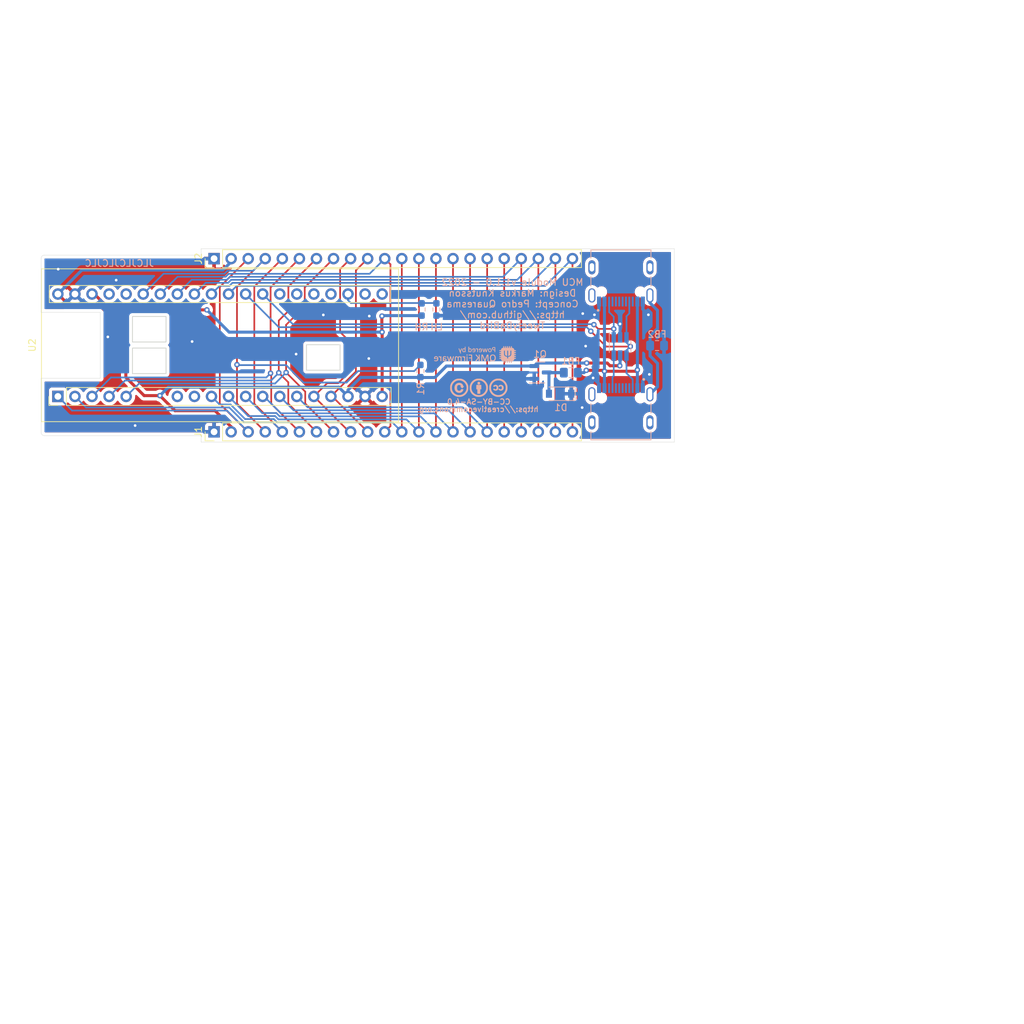
<source format=kicad_pcb>
(kicad_pcb (version 20211014) (generator pcbnew)
  (title_block (title "RefleXion 65 - MCU Module") (date "2022-10-10") (rev "1.0.0") (company "Tweety's Wild Thinking") (comment 1 "Design: Markus Knutsson <markus.knutsson@tweety.se>") (comment 2 "Concept: Pedro Quaresma <pq@live.ie>") (comment 3 "https://github.com/TweetyDaBird") (comment 4 "Licensed under Creative Commons BY-SA 4.0 International"))
  (layers (0 "F.Cu" signal) (31 "B.Cu" signal) (34 "B.Paste" user) (35 "F.Paste" user) (36 "B.SilkS" user "B.Silkscreen") (37 "F.SilkS" user "F.Silkscreen") (38 "B.Mask" user) (39 "F.Mask" user) (44 "Edge.Cuts" user))
  (net 0 "")
  (net 1 "Row0")
  (net 2 "/VBUS2")
  (net 3 "Row1")
  (net 4 "/VBUS1")
  (net 5 "Row2")
  (net 6 "Row3")
  (net 7 "Row4")
  (net 8 "Col0")
  (net 9 "Col1")
  (net 10 "Col2")
  (net 11 "Col3")
  (net 12 "Col4")
  (net 13 "Col5")
  (net 14 "Col6")
  (net 15 "A2")
  (net 16 "B2")
  (net 17 "GND")
  (net 18 "A1")
  (net 19 "B1")
  (net 20 "VCC")
  (net 21 "SDA")
  (net 22 "SCL")
  (net 23 "RGB")
  (net 24 "RX")
  (net 25 "TX")
  (net 26 "+3.3V")
  (net 27 "Hand")
  (net 28 "unconnected-(J1-Pad18)")
  (net 51 "/SHIELD")
  (footprint "Keyboard Controllers:WeAct_BlackPill_3_reverse_mount" (layer "F.Cu") (at 46.715 59 90)
    (fp_text reference "U2" (at 7.62 -3.81 90) (layer "F.SilkS"))
    (fp_text value "WeAct_Blackpill_v3_safepin" hide)
    (fp_line (start 12.5 6.3) (end 2.7 6.3) (layer "Edge.Cuts") (width 0.05))
    (fp_line (start 12.5 -2.5) (end 12.5 6.3) (layer "Edge.Cuts") (width 0.05))
    (fp_line (start 2.7 6.3) (end 2.7 -2.5) (layer "Edge.Cuts") (width 0.05))
    (fp_rect (start 3.4 11.1) (end 7.2 16.1) (layer "Edge.Cuts") (width 0.12) (fill none))
    (fp_rect (start 8.1 11.1) (end 11.9 16.1) (layer "Edge.Cuts") (width 0.12) (fill none))
    (fp_rect (start 3.9 37) (end 7.7 42) (layer "Edge.Cuts") (width 0.12) (fill none))
    (pad "1" thru_hole rect (at 0 0 90) (size 1.7 1.7) (drill 1) (layers *.Cu *.Mask) (net 8 "Col0"))
    (pad "2" thru_hole circle (at 0 2.54 90) (size 1.7 1.7) (drill 1) (layers *.Cu *.Mask) (net 9 "Col1"))
    (pad "3" thru_hole circle (at 0 5.08 90) (size 1.7 1.7) (drill 1) (layers *.Cu *.Mask) (net 18 "A1"))
    (pad "4" thru_hole circle (at 0 7.62 90) (size 1.7 1.7) (drill 1) (layers *.Cu *.Mask) (net 19 "B1"))
    (pad "5" thru_hole circle (at 0 10.16 90) (size 1.7 1.7) (drill 1) (layers *.Cu *.Mask) (net 1 "Row0"))
    (pad "8" thru_hole circle (at 0 17.78 90) (size 1.7 1.7) (drill 1) (layers *.Cu *.Mask))
    (pad "9" thru_hole circle (at 0 20.32 90) (size 1.7 1.7) (drill 1) (layers *.Cu *.Mask))
    (pad "10" thru_hole circle (at 0 22.86 90) (size 1.7 1.7) (drill 1) (layers *.Cu *.Mask) (net 7 "Row4"))
    (pad "11" thru_hole circle (at 0 25.4 90) (size 1.7 1.7) (drill 1) (layers *.Cu *.Mask) (net 6 "Row3"))
    (pad "12" thru_hole circle (at 0 27.94 90) (size 1.7 1.7) (drill 1) (layers *.Cu *.Mask) (net 5 "Row2"))
    (pad "13" thru_hole circle (at 0 30.48 90) (size 1.7 1.7) (drill 1) (layers *.Cu *.Mask) (net 3 "Row1"))
    (pad "14" thru_hole circle (at 0 33.02 90) (size 1.7 1.7) (drill 1) (layers *.Cu *.Mask) (net 22 "SCL"))
    (pad "15" thru_hole circle (at 0 35.56 90) (size 1.7 1.7) (drill 1) (layers *.Cu *.Mask) (net 21 "SDA"))
    (pad "16" thru_hole circle (at 0 38.1 90) (size 1.7 1.7) (drill 1) (layers *.Cu *.Mask) (net 15 "A2"))
    (pad "17" thru_hole circle (at 0 40.64 90) (size 1.7 1.7) (drill 1) (layers *.Cu *.Mask) (net 16 "B2"))
    (pad "18" thru_hole circle (at 0 43.18 90) (size 1.7 1.7) (drill 1) (layers *.Cu *.Mask) (net 20 "VCC"))
    (pad "19" thru_hole circle (at 0 45.72 90) (size 1.7 1.7) (drill 1) (layers *.Cu *.Mask) (net 17 "GND"))
    (pad "20" thru_hole circle (at 0 48.26 90) (size 1.7 1.7) (drill 1) (layers *.Cu *.Mask) (net 26 "+3.3V"))
    (pad "21" thru_hole circle (at 15.24 48.26 90) (size 1.7 1.7) (drill 1) (layers *.Cu *.Mask))
    (pad "22" thru_hole circle (at 15.24 45.72 90) (size 1.7 1.7) (drill 1) (layers *.Cu *.Mask))
    (pad "23" thru_hole circle (at 15.24 43.18 90) (size 1.7 1.7) (drill 1) (layers *.Cu *.Mask) (net 27 "Hand"))
    (pad "24" thru_hole circle (at 15.24 40.64 90) (size 1.7 1.7) (drill 1) (layers *.Cu *.Mask))
    (pad "25" thru_hole circle (at 15.24 38.1 90) (size 1.7 1.7) (drill 1) (layers *.Cu *.Mask))
    (pad "26" thru_hole circle (at 15.24 35.56 90) (size 1.7 1.7) (drill 1) (layers *.Cu *.Mask))
    (pad "27" thru_hole circle (at 15.24 33.02 90) (size 1.7 1.7) (drill 1) (layers *.Cu *.Mask))
    (pad "28" thru_hole circle (at 15.24 30.48 90) (size 1.7 1.7) (drill 1) (layers *.Cu *.Mask) (net 25 "TX"))
    (pad "29" thru_hole circle (at 15.24 27.94 90) (size 1.7 1.7) (drill 1) (layers *.Cu *.Mask) (net 24 "RX"))
    (pad "30" thru_hole circle (at 15.24 25.4 90) (size 1.7 1.7) (drill 1) (layers *.Cu *.Mask) (net 14 "Col6"))
    (pad "31" thru_hole circle (at 15.24 22.86 90) (size 1.7 1.7) (drill 1) (layers *.Cu *.Mask) (net 13 "Col5"))
    (pad "32" thru_hole circle (at 15.24 20.32 90) (size 1.7 1.7) (drill 1) (layers *.Cu *.Mask) (net 12 "Col4"))
    (pad "33" thru_hole circle (at 15.24 17.78 90) (size 1.7 1.7) (drill 1) (layers *.Cu *.Mask) (net 11 "Col3"))
    (pad "34" thru_hole circle (at 15.24 15.24 90) (size 1.7 1.7) (drill 1) (layers *.Cu *.Mask) (net 10 "Col2"))
    (pad "35" thru_hole circle (at 15.24 12.7 90) (size 1.7 1.7) (drill 1) (layers *.Cu *.Mask) (net 23 "RGB"))
    (pad "36" thru_hole circle (at 15.24 10.16 90) (size 1.7 1.7) (drill 1) (layers *.Cu *.Mask))
    (pad "37" thru_hole circle (at 15.24 7.62 90) (size 1.7 1.7) (drill 1) (layers *.Cu *.Mask))
    (pad "38" thru_hole circle (at 15.24 5.08 90) (size 1.7 1.7) (drill 1) (layers *.Cu *.Mask) (net 26 "+3.3V"))
    (pad "39" thru_hole circle (at 15.24 2.54 90) (size 1.7 1.7) (drill 1) (layers *.Cu *.Mask) (net 17 "GND"))
    (pad "40" thru_hole circle (at 15.24 0 90) (size 1.7 1.7) (drill 1) (layers *.Cu *.Mask) (net 20 "VCC"))
  )
  (footprint "Connector_PinHeader_2.54mm:PinHeader_1x22_P2.54mm_Vertical" (layer "F.Cu") (at 69.96 64.27 90)
    (fp_text reference "J1" (at 0 -2.33 90) (layer "F.SilkS"))
    (fp_text value "Conn_01x21")
    (pad "1" thru_hole rect (at 0 0 90) (size 1.7 1.7) (drill 1) (layers *.Cu *.Mask) (net 17 "GND"))
    (pad "2" thru_hole oval (at 0 2.54 90) (size 1.7 1.7) (drill 1) (layers *.Cu *.Mask) (net 20 "VCC"))
    (pad "3" thru_hole oval (at 0 5.08 90) (size 1.7 1.7) (drill 1) (layers *.Cu *.Mask) (net 8 "Col0"))
    (pad "4" thru_hole oval (at 0 7.62 90) (size 1.7 1.7) (drill 1) (layers *.Cu *.Mask) (net 23 "RGB"))
    (pad "5" thru_hole oval (at 0 10.16 90) (size 1.7 1.7) (drill 1) (layers *.Cu *.Mask) (net 9 "Col1"))
    (pad "6" thru_hole oval (at 0 12.7 90) (size 1.7 1.7) (drill 1) (layers *.Cu *.Mask) (net 18 "A1"))
    (pad "7" thru_hole oval (at 0 15.24 90) (size 1.7 1.7) (drill 1) (layers *.Cu *.Mask) (net 19 "B1"))
    (pad "8" thru_hole oval (at 0 17.78 90) (size 1.7 1.7) (drill 1) (layers *.Cu *.Mask) (net 1 "Row0"))
    (pad "9" thru_hole oval (at 0 20.32 90) (size 1.7 1.7) (drill 1) (layers *.Cu *.Mask) (net 15 "A2"))
    (pad "10" thru_hole oval (at 0 22.86 90) (size 1.7 1.7) (drill 1) (layers *.Cu *.Mask) (net 16 "B2"))
    (pad "11" thru_hole oval (at 0 25.4 90) (size 1.7 1.7) (drill 1) (layers *.Cu *.Mask) (net 10 "Col2"))
    (pad "12" thru_hole oval (at 0 27.94 90) (size 1.7 1.7) (drill 1) (layers *.Cu *.Mask) (net 7 "Row4"))
    (pad "13" thru_hole oval (at 0 30.48 90) (size 1.7 1.7) (drill 1) (layers *.Cu *.Mask) (net 6 "Row3"))
    (pad "14" thru_hole oval (at 0 33.02 90) (size 1.7 1.7) (drill 1) (layers *.Cu *.Mask) (net 5 "Row2"))
    (pad "15" thru_hole oval (at 0 35.56 90) (size 1.7 1.7) (drill 1) (layers *.Cu *.Mask) (net 3 "Row1"))
    (pad "16" thru_hole oval (at 0 38.1 90) (size 1.7 1.7) (drill 1) (layers *.Cu *.Mask) (net 22 "SCL"))
    (pad "17" thru_hole oval (at 0 40.64 90) (size 1.7 1.7) (drill 1) (layers *.Cu *.Mask) (net 21 "SDA"))
    (pad "18" thru_hole oval (at 0 43.18 90) (size 1.7 1.7) (drill 1) (layers *.Cu *.Mask) (net 28 "unconnected-(J1-Pad18)"))
    (pad "19" thru_hole oval (at 0 45.72 90) (size 1.7 1.7) (drill 1) (layers *.Cu *.Mask) (net 11 "Col3"))
    (pad "20" thru_hole oval (at 0 48.26 90) (size 1.7 1.7) (drill 1) (layers *.Cu *.Mask) (net 12 "Col4"))
    (pad "21" thru_hole oval (at 0 50.8 90) (size 1.7 1.7) (drill 1) (layers *.Cu *.Mask) (net 13 "Col5"))
    (pad "22" thru_hole oval (at 0 53.34 90) (size 1.7 1.7) (drill 1) (layers *.Cu *.Mask) (net 14 "Col6"))
  )
  (footprint "Connector_PinHeader_2.54mm:PinHeader_1x22_P2.54mm_Vertical" (layer "F.Cu") (at 69.96 38.49 90)
    (fp_text reference "J2" (at 0 -2.33 90) (layer "F.SilkS"))
    (fp_text value "Conn_01x21")
    (pad "1" thru_hole rect (at 0 0 90) (size 1.7 1.7) (drill 1) (layers *.Cu *.Mask) (net 17 "GND"))
    (pad "2" thru_hole oval (at 0 2.54 90) (size 1.7 1.7) (drill 1) (layers *.Cu *.Mask) (net 20 "VCC"))
    (pad "3" thru_hole oval (at 0 5.08 90) (size 1.7 1.7) (drill 1) (layers *.Cu *.Mask) (net 8 "Col0"))
    (pad "4" thru_hole oval (at 0 7.62 90) (size 1.7 1.7) (drill 1) (layers *.Cu *.Mask) (net 23 "RGB"))
    (pad "5" thru_hole oval (at 0 10.16 90) (size 1.7 1.7) (drill 1) (layers *.Cu *.Mask) (net 9 "Col1"))
    (pad "6" thru_hole oval (at 0 12.7 90) (size 1.7 1.7) (drill 1) (layers *.Cu *.Mask) (net 18 "A1"))
    (pad "7" thru_hole oval (at 0 15.24 90) (size 1.7 1.7) (drill 1) (layers *.Cu *.Mask) (net 19 "B1"))
    (pad "8" thru_hole oval (at 0 17.78 90) (size 1.7 1.7) (drill 1) (layers *.Cu *.Mask) (net 1 "Row0"))
    (pad "9" thru_hole oval (at 0 20.32 90) (size 1.7 1.7) (drill 1) (layers *.Cu *.Mask) (net 15 "A2"))
    (pad "10" thru_hole oval (at 0 22.86 90) (size 1.7 1.7) (drill 1) (layers *.Cu *.Mask) (net 16 "B2"))
    (pad "11" thru_hole oval (at 0 25.4 90) (size 1.7 1.7) (drill 1) (layers *.Cu *.Mask) (net 10 "Col2"))
    (pad "12" thru_hole oval (at 0 27.94 90) (size 1.7 1.7) (drill 1) (layers *.Cu *.Mask) (net 7 "Row4"))
    (pad "13" thru_hole oval (at 0 30.48 90) (size 1.7 1.7) (drill 1) (layers *.Cu *.Mask) (net 6 "Row3"))
    (pad "14" thru_hole oval (at 0 33.02 90) (size 1.7 1.7) (drill 1) (layers *.Cu *.Mask) (net 5 "Row2"))
    (pad "15" thru_hole oval (at 0 35.56 90) (size 1.7 1.7) (drill 1) (layers *.Cu *.Mask) (net 3 "Row1"))
    (pad "16" thru_hole oval (at 0 38.1 90) (size 1.7 1.7) (drill 1) (layers *.Cu *.Mask) (net 22 "SCL"))
    (pad "17" thru_hole oval (at 0 40.64 90) (size 1.7 1.7) (drill 1) (layers *.Cu *.Mask) (net 21 "SDA"))
    (pad "18" thru_hole oval (at 0 43.18 90) (size 1.7 1.7) (drill 1) (layers *.Cu *.Mask) (net 28 "unconnected-(J1-Pad18)"))
    (pad "19" thru_hole oval (at 0 45.72 90) (size 1.7 1.7) (drill 1) (layers *.Cu *.Mask) (net 11 "Col3"))
    (pad "20" thru_hole oval (at 0 48.26 90) (size 1.7 1.7) (drill 1) (layers *.Cu *.Mask) (net 12 "Col4"))
    (pad "21" thru_hole oval (at 0 50.8 90) (size 1.7 1.7) (drill 1) (layers *.Cu *.Mask) (net 13 "Col5"))
    (pad "22" thru_hole oval (at 0 53.34 90) (size 1.7 1.7) (drill 1) (layers *.Cu *.Mask) (net 14 "Col6"))
  )
  (footprint "Resistor_SMD:R_0603_1608Metric_Pad0.98x0.95mm_HandSolder" (layer "B.Cu") (at 100.85 46.06 90)
    (fp_text reference "R3" hide)
    (fp_text value "9.1k")
    (pad "1" smd roundrect (at -0.9125 0 90) (size 0.975 0.95) (layers "B.Cu" "B.Paste" "B.Mask") (net 26 "+3.3V"))
    (pad "2" smd roundrect (at 0.9125 0 90) (size 0.975 0.95) (layers "B.Cu" "B.Paste" "B.Mask") (net 27 "Hand"))
  )
  (footprint "Keyboard Common:HRO_TYPE-C-31-M-12" (layer "B.Cu") (at 130.51 39.7875)
    (fp_text reference "J4" hide)
    (fp_text value "USB_C_Receptacle_USB2.0")
    (pad "" np_thru_hole circle (at 2.89 3.65) (size 0.7 0.7) (drill 0.7) (layers *.Cu *.Mask))
    (pad "" np_thru_hole circle (at -2.89 3.65) (size 0.7 0.7) (drill 0.7) (layers *.Cu *.Mask))
    (pad "A1" smd rect (at -3.25 5.095) (size 0.6 1.45) (layers "B.Cu" "B.Paste" "B.Mask") (net 17 "GND"))
    (pad "A4" smd rect (at -2.45 5.095) (size 0.6 1.45) (layers "B.Cu" "B.Paste" "B.Mask") (net 4 "/VBUS1"))
    (pad "A5" smd rect (at -1.25 5.095) (size 0.3 1.45) (layers "B.Cu" "B.Paste" "B.Mask"))
    (pad "A6" smd rect (at -0.25 5.095) (size 0.3 1.45) (layers "B.Cu" "B.Paste" "B.Mask"))
    (pad "A7" smd rect (at 0.25 5.095) (size 0.3 1.45) (layers "B.Cu" "B.Paste" "B.Mask"))
    (pad "A8" smd rect (at 1.25 5.095) (size 0.3 1.45) (layers "B.Cu" "B.Paste" "B.Mask") (net 24 "RX"))
    (pad "A9" smd rect (at 2.45 5.095) (size 0.6 1.45) (layers "B.Cu" "B.Paste" "B.Mask") (net 4 "/VBUS1"))
    (pad "A12" smd rect (at 3.25 5.095) (size 0.6 1.45) (layers "B.Cu" "B.Paste" "B.Mask") (net 17 "GND"))
    (pad "B1" smd rect (at -3.25 5.095) (size 0.6 1.45) (layers "B.Cu" "B.Paste" "B.Mask") (net 17 "GND"))
    (pad "B4" smd rect (at -2.45 5.095) (size 0.6 1.45) (layers "B.Cu" "B.Paste" "B.Mask") (net 4 "/VBUS1"))
    (pad "B5" smd rect (at 1.75 5.095) (size 0.3 1.45) (layers "B.Cu" "B.Paste" "B.Mask"))
    (pad "B6" smd rect (at 0.75 5.095) (size 0.3 1.45) (layers "B.Cu" "B.Paste" "B.Mask"))
    (pad "B7" smd rect (at -0.75 5.095) (size 0.3 1.45) (layers "B.Cu" "B.Paste" "B.Mask"))
    (pad "B8" smd rect (at -1.75 5.095) (size 0.3 1.45) (layers "B.Cu" "B.Paste" "B.Mask") (net 25 "TX"))
    (pad "B9" smd rect (at 2.45 5.095) (size 0.6 1.45) (layers "B.Cu" "B.Paste" "B.Mask") (net 4 "/VBUS1"))
    (pad "B12" smd rect (at 3.25 5.095) (size 0.6 1.45) (layers "B.Cu" "B.Paste" "B.Mask") (net 17 "GND"))
    (pad "S1" thru_hole oval (at -4.32 4.18) (size 1.05 2.1) (drill oval 0.65 1.75) (layers *.Cu *.Mask) (net 51 "/SHIELD"))
    (pad "S1" thru_hole oval (at 4.32 4.18) (size 1.05 2.1) (drill oval 0.65 1.75) (layers *.Cu *.Mask) (net 51 "/SHIELD"))
    (pad "S2" thru_hole oval (at 4.32 0) (size 1.05 2.1) (drill oval 0.65 1.25) (layers *.Cu *.Mask))
    (pad "S2" thru_hole oval (at -4.32 0) (size 1.05 2.1) (drill oval 0.65 1.25) (layers *.Cu *.Mask))
  )
  (footprint "Package_TO_SOT_SMD:SOT-23-6_Handsoldering" (layer "B.Cu") (at 130.39 51.562 -90)
    (fp_text reference "U1" hide)
    (fp_text value "SRV05-4")
    (pad "1" smd rect (at -1.35 0.95 270) (size 1.56 0.65) (layers "B.Cu" "B.Paste" "B.Mask") (net 25 "TX"))
    (pad "2" smd rect (at -1.35 0 270) (size 1.56 0.65) (layers "B.Cu" "B.Paste" "B.Mask") (net 17 "GND"))
    (pad "3" smd rect (at -1.35 -0.95 270) (size 1.56 0.65) (layers "B.Cu" "B.Paste" "B.Mask") (net 24 "RX"))
    (pad "4" smd rect (at 1.35 -0.95 270) (size 1.56 0.65) (layers "B.Cu" "B.Paste" "B.Mask") (net 24 "RX"))
    (pad "5" smd rect (at 1.35 0 270) (size 1.56 0.65) (layers "B.Cu" "B.Paste" "B.Mask") (net 20 "VCC"))
    (pad "6" smd rect (at 1.35 0.95 270) (size 1.56 0.65) (layers "B.Cu" "B.Paste" "B.Mask") (net 25 "TX"))
  )
  (footprint "Package_TO_SOT_SMD:SOT-23" (layer "B.Cu") (at 118.54 55.43)
    (fp_text reference "Q1" (at -0.07 -2.71) (layer "B.SilkS") (effects (justify mirror)))
    (fp_text value "AO3401A")
    (pad "1" smd roundrect (at -0.9375 0.95) (size 1.475 0.6) (layers "B.Cu" "B.Paste" "B.Mask") (net 17 "GND"))
    (pad "2" smd roundrect (at -0.9375 -0.95) (size 1.475 0.6) (layers "B.Cu" "B.Paste" "B.Mask") (net 20 "VCC"))
    (pad "3" smd roundrect (at 0.9375 0) (size 1.475 0.6) (layers "B.Cu" "B.Paste" "B.Mask") (net 2 "/VBUS2"))
  )
  (footprint "Logotypes:CC_BY_SA_40" (layer "B.Cu") (at 109.320304 58.636725 180)
    (fp_text reference "Logo1")
    (fp_text value "CC-BY-SA-4.0" (at -0.041555 -1.16) (layer "B.SilkS") (effects (font (size 0.8 0.8)) (justify mirror)))
    (fp_text user "https://creativecommons.org" (at -0.041555 -2.27) (layer "B.SilkS") (effects (font (size 0.8 0.8)) (justify mirror)))
  )
  (footprint "Resistor_SMD:R_0603_1608Metric_Pad0.98x0.95mm_HandSolder" (layer "B.Cu") (at 100.67 55.22 90)
    (fp_text reference "R1" (at -2.6375 0.04 90) (layer "B.SilkS") (effects (justify mirror)))
    (fp_text value "9.1k")
    (pad "1" smd roundrect (at -0.9125 0 90) (size 0.975 0.95) (layers "B.Cu" "B.Paste" "B.Mask") (net 20 "VCC"))
    (pad "2" smd roundrect (at 0.9125 0 90) (size 0.975 0.95) (layers "B.Cu" "B.Paste" "B.Mask") (net 23 "RGB"))
  )
  (footprint "Resistor_SMD:R_0603_1608Metric_Pad0.98x0.95mm_HandSolder" (layer "B.Cu") (at 103.05 46.06 -90)
    (fp_text reference "R2" hide)
    (fp_text value "9.1k")
    (pad "1" smd roundrect (at -0.9125 0 270) (size 0.975 0.95) (layers "B.Cu" "B.Paste" "B.Mask") (net 27 "Hand"))
    (pad "2" smd roundrect (at 0.9125 0 270) (size 0.975 0.95) (layers "B.Cu" "B.Paste" "B.Mask") (net 17 "GND"))
  )
  (footprint "Keyboard Common:HRO_TYPE-C-31-M-12" (layer "B.Cu") (at 130.51 62.8625 180)
    (fp_text reference "J3" hide)
    (fp_text value "USB_C_Receptacle_USB2.0")
    (pad "" np_thru_hole circle (at -2.89 3.65 180) (size 0.7 0.7) (drill 0.7) (layers *.Cu *.Mask))
    (pad "" np_thru_hole circle (at 2.89 3.65 180) (size 0.7 0.7) (drill 0.7) (layers *.Cu *.Mask))
    (pad "A1" smd rect (at -3.25 5.095 180) (size 0.6 1.45) (layers "B.Cu" "B.Paste" "B.Mask") (net 17 "GND"))
    (pad "A4" smd rect (at -2.45 5.095 180) (size 0.6 1.45) (layers "B.Cu" "B.Paste" "B.Mask") (net 4 "/VBUS1"))
    (pad "A5" smd rect (at -1.25 5.095 180) (size 0.3 1.45) (layers "B.Cu" "B.Paste" "B.Mask"))
    (pad "A6" smd rect (at -0.25 5.095 180) (size 0.3 1.45) (layers "B.Cu" "B.Paste" "B.Mask"))
    (pad "A7" smd rect (at 0.25 5.095 180) (size 0.3 1.45) (layers "B.Cu" "B.Paste" "B.Mask"))
    (pad "A8" smd rect (at 1.25 5.095 180) (size 0.3 1.45) (layers "B.Cu" "B.Paste" "B.Mask") (net 25 "TX"))
    (pad "A9" smd rect (at 2.45 5.095 180) (size 0.6 1.45) (layers "B.Cu" "B.Paste" "B.Mask") (net 4 "/VBUS1"))
    (pad "A12" smd rect (at 3.25 5.095 180) (size 0.6 1.45) (layers "B.Cu" "B.Paste" "B.Mask") (net 17 "GND"))
    (pad "B1" smd rect (at -3.25 5.095 180) (size 0.6 1.45) (layers "B.Cu" "B.Paste" "B.Mask") (net 17 "GND"))
    (pad "B4" smd rect (at -2.45 5.095 180) (size 0.6 1.45) (layers "B.Cu" "B.Paste" "B.Mask") (net 4 "/VBUS1"))
    (pad "B5" smd rect (at 1.75 5.095 180) (size 0.3 1.45) (layers "B.Cu" "B.Paste" "B.Mask"))
    (pad "B6" smd rect (at 0.75 5.095 180) (size 0.3 1.45) (layers "B.Cu" "B.Paste" "B.Mask"))
    (pad "B7" smd rect (at -0.75 5.095 180) (size 0.3 1.45) (layers "B.Cu" "B.Paste" "B.Mask"))
    (pad "B8" smd rect (at -1.75 5.095 180) (size 0.3 1.45) (layers "B.Cu" "B.Paste" "B.Mask") (net 24 "RX"))
    (pad "B9" smd rect (at 2.45 5.095 180) (size 0.6 1.45) (layers "B.Cu" "B.Paste" "B.Mask") (net 4 "/VBUS1"))
    (pad "B12" smd rect (at 3.25 5.095 180) (size 0.6 1.45) (layers "B.Cu" "B.Paste" "B.Mask") (net 17 "GND"))
    (pad "S1" thru_hole oval (at 4.32 4.18 180) (size 1.05 2.1) (drill oval 0.65 1.75) (layers *.Cu *.Mask) (net 51 "/SHIELD"))
    (pad "S1" thru_hole oval (at -4.32 4.18 180) (size 1.05 2.1) (drill oval 0.65 1.75) (layers *.Cu *.Mask) (net 51 "/SHIELD"))
    (pad "S2" thru_hole oval (at 4.32 0 180) (size 1.05 2.1) (drill oval 0.65 1.25) (layers *.Cu *.Mask))
    (pad "S2" thru_hole oval (at -4.32 0 180) (size 1.05 2.1) (drill oval 0.65 1.25) (layers *.Cu *.Mask))
  )
  (footprint "Diode_SMD:D_SOD-123" (layer "B.Cu") (at 121.45 58.6 180)
    (fp_text reference "D1" (at -0.1196 -2.0576) (layer "B.SilkS") (effects (justify mirror)))
    (fp_text value "SMF5.0CA")
    (pad "1" smd rect (at -1.65 0 180) (size 0.9 1.2) (layers "B.Cu" "B.Paste" "B.Mask") (net 17 "GND"))
    (pad "2" smd rect (at 1.65 0 180) (size 0.9 1.2) (layers "B.Cu" "B.Paste" "B.Mask") (net 2 "/VBUS2"))
  )
  (footprint "Capacitor_SMD:C_0805_2012Metric_Pad1.18x1.45mm_HandSolder" (layer "B.Cu") (at 135.89 51.435 180)
    (fp_text reference "FB2" (at 0 1.68) (layer "B.SilkS") (effects (justify mirror)))
    (fp_text value "FerriteBead_Small")
    (pad "1" smd roundrect (at -1.0375 0 180) (size 1.175 1.45) (layers "B.Cu" "B.Paste" "B.Mask") (roundrect_rratio 0.2127659574) (net 17 "GND"))
    (pad "2" smd roundrect (at 1.0375 0 180) (size 1.175 1.45) (layers "B.Cu" "B.Paste" "B.Mask") (roundrect_rratio 0.2127659574) (net 51 "/SHIELD"))
  )
  (footprint "Capacitor_SMD:C_0805_2012Metric_Pad1.18x1.45mm_HandSolder" (layer "B.Cu") (at 123.05 55.46 180)
    (fp_text reference "FB1" (at 0 1.71) (layer "B.SilkS") (effects (justify mirror)))
    (fp_text value "FerriteBead_Small")
    (pad "1" smd roundrect (at -1.0375 0 180) (size 1.175 1.45) (layers "B.Cu" "B.Paste" "B.Mask") (roundrect_rratio 0.2127659574) (net 4 "/VBUS1"))
    (pad "2" smd roundrect (at 1.0375 0 180) (size 1.175 1.45) (layers "B.Cu" "B.Paste" "B.Mask") (roundrect_rratio 0.2127659574) (net 2 "/VBUS2"))
  )
  (footprint "Logotypes:Powered_by_QMK" (layer "B.Cu") (at 108.763982 52.744188 180)
    (fp_text reference "Logo2" hide)
    (fp_text value "QMK_Logo" hide)
  )
  (gr_line (start 68.0275 37.965) (end 68.0275 37.01) (layer "Edge.Cuts") (width 0.05))
  (gr_line (start 68.02755 65.79) (end 138.47 65.79) (layer "Edge.Cuts") (width 0.05))
  (gr_arc (start 44.214975 38.465399) (mid 44.361549 38.111589) (end 44.715374 37.965) (layer "Edge.Cuts") (width 0.05))
  (gr_arc (start 44.715424 64.835) (mid 44.361645 64.688402) (end 44.215025 64.334601) (layer "Edge.Cuts") (width 0.05))
  (gr_line (start 68.0275 37.965) (end 44.715374 37.965) (layer "Edge.Cuts") (width 0.05))
  (gr_line (start 44.215 46.5) (end 44.214975 38.465399) (layer "Edge.Cuts") (width 0.05))
  (gr_line (start 138.47 65.79) (end 138.47 37.01) (layer "Edge.Cuts") (width 0.05))
  (gr_line (start 44.215025 64.334601) (end 44.215 56.3) (layer "Edge.Cuts") (width 0.05))
  (gr_line (start 68.02755 65.79) (end 68.02755 64.835) (layer "Edge.Cuts") (width 0.05))
  (gr_line (start 68.0275 37.01) (end 138.47 37.01) (layer "Edge.Cuts") (width 0.05))
  (gr_line (start 68.02755 64.835) (end 44.715424 64.835) (layer "Edge.Cuts") (width 0.05))
  (gr_text "LH" (at 103.09 48.65) (layer "B.SilkS") (effects (font (size 1 1)) (justify mirror)))
  (gr_text "RH" (at 100.83 48.66) (layer "B.SilkS") (effects (font (size 1 1)) (justify mirror)))
  (gr_text "MCU Module v1.1.0 - 2022\nDesign: Markus Knutsson\nConcept: Pedro Quaresma\nhttps://github.com/\nTweetyDaBird\n" (at 114.36 45.23) (layer "B.SilkS") (effects (font (size 1 1)) (justify mirror)))
  (gr_text "JLCJLCJLCJLC" (at 55.86 39.18) (layer "B.SilkS") (effects (font (size 1 1)) (justify mirror)))
  (segment (start 87.74 64.27) (end 83.53 60.06) (width 0.25) (layer "F.Cu") (net 1))
  (segment (start 83.45 42.78) (end 83.45 45.58) (width 0.25) (layer "F.Cu") (net 1))
  (segment (start 80.68 48.35) (end 83.45 45.58) (width 0.25) (layer "F.Cu") (net 1))
  (segment (start 87.74 38.49) (end 83.45 42.78) (width 0.25) (layer "F.Cu") (net 1))
  (segment (start 83.53 58.29) (end 80.68 55.44) (width 0.25) (layer "F.Cu") (net 1))
  (segment (start 83.53 60.06) (end 83.53 58.29) (width 0.25) (layer "F.Cu") (net 1))
  (segment (start 80.68 55.44) (end 80.68 48.35) (width 0.25) (layer "F.Cu") (net 1))
  (via (at 80.68 55.44) (size 0.8) (drill 0.4) (layers "F.Cu" "B.Cu") (net 1))
  (segment (start 56.875 59) (end 58.796497 57.078503) (width 0.25) (layer "B.Cu") (net 1))
  (segment (start 58.796497 57.078503) (end 79.041497 57.078503) (width 0.25) (layer "B.Cu") (net 1))
  (segment (start 79.041497 57.078503) (end 80.68 55.44) (width 0.25) (layer "B.Cu") (net 1))
  (segment (start 122.0125 55.46) (end 119.8 55.46) (width 0.45) (layer "B.Cu") (net 2))
  (segment (start 119.8 55.46) (end 119.8 58.6) (width 0.45) (layer "B.Cu") (net 2))
  (segment (start 122.0125 55.46) (end 119.5075 55.46) (width 0.45) (layer "B.Cu") (net 2))
  (segment (start 119.5075 55.46) (end 119.4775 55.43) (width 0.45) (layer "B.Cu") (net 2))
  (segment (start 105.52 64.27) (end 105.52 38.49) (width 0.25) (layer "F.Cu") (net 3))
  (segment (start 102.766497 61.516497) (end 105.52 64.27) (width 0.25) (layer "B.Cu") (net 3))
  (segment (start 77.39276 59) (end 79.909257 61.516497) (width 0.25) (layer "B.Cu") (net 3))
  (segment (start 79.909257 61.516497) (end 102.766497 61.516497) (width 0.25) (layer "B.Cu") (net 3))
  (segment (start 77.195 59) (end 77.39276 59) (width 0.25) (layer "B.Cu") (net 3))
  (segment (start 132.96 55.05) (end 132.7555 55.2545) (width 0.45) (layer "F.Cu") (net 4))
  (segment (start 127.923715 55.118215) (end 128.06 55.2545) (width 0.45) (layer "F.Cu") (net 4))
  (segment (start 132.7555 55.2545) (end 128.06 55.2545) (width 0.45) (layer "F.Cu") (net 4))
  (segment (start 125.351566 55.118215) (end 127.923715 55.118215) (width 0.45) (layer "F.Cu") (net 4))
  (via (at 128.06 55.2545) (size 0.8) (drill 0.4) (layers "F.Cu" "B.Cu") (net 4))
  (via (at 132.96 55.05) (size 0.8) (drill 0.4) (layers "F.Cu" "B.Cu") (net 4))
  (via (at 125.351566 55.118215) (size 0.8) (drill 0.4) (layers "F.Cu" "B.Cu") (net 4))
  (segment (start 125.009781 55.46) (end 125.351566 55.118215) (width 0.45) (layer "B.Cu") (net 4))
  (segment (start 132.96 44.8825) (end 132.96 55.05) (width 0.45) (layer "B.Cu") (net 4))
  (segment (start 124.0875 55.46) (end 125.009781 55.46) (width 0.45) (layer "B.Cu") (net 4))
  (segment (start 132.96 55.05) (end 132.96 57.7675) (width 0.45) (layer "B.Cu") (net 4))
  (segment (start 128.06 57.7675) (end 128.06 55.2545) (width 0.45) (layer "B.Cu") (net 4))
  (segment (start 128.06 44.8825) (end 128.06 55.2545) (width 0.45) (layer "B.Cu") (net 4))
  (segment (start 102.98 38.49) (end 102.98 64.27) (width 0.25) (layer "F.Cu") (net 5))
  (segment (start 100.675998 61.965998) (end 79.723068 61.965998) (width 0.25) (layer "B.Cu") (net 5))
  (segment (start 77.125998 61.470998) (end 74.655 59) (width 0.25) (layer "B.Cu") (net 5))
  (segment (start 79.723068 61.965998) (end 79.228068 61.470998) (width 0.25) (layer "B.Cu") (net 5))
  (segment (start 102.98 64.27) (end 100.675998 61.965998) (width 0.25) (layer "B.Cu") (net 5))
  (segment (start 79.228068 61.470998) (end 77.125998 61.470998) (width 0.25) (layer "B.Cu") (net 5))
  (segment (start 100.44 38.49) (end 100.44 64.27) (width 0.25) (layer "F.Cu") (net 6))
  (segment (start 79.536879 62.415499) (end 98.585499 62.415499) (width 0.25) (layer "B.Cu") (net 6))
  (segment (start 79.041879 61.920499) (end 79.536879 62.415499) (width 0.25) (layer "B.Cu") (net 6))
  (segment (start 75.036189 61.920499) (end 79.041879 61.920499) (width 0.25) (layer "B.Cu") (net 6))
  (segment (start 98.585499 62.415499) (end 100.44 64.27) (width 0.25) (layer "B.Cu") (net 6))
  (segment (start 72.11569 59) (end 75.036189 61.920499) (width 0.25) (layer "B.Cu") (net 6))
  (segment (start 72.115 59) (end 72.11569 59) (width 0.25) (layer "B.Cu") (net 6))
  (segment (start 97.9 64.27) (end 97.9 38.49) (width 0.25) (layer "F.Cu") (net 7))
  (segment (start 97.9 64.27) (end 96.495 62.865) (width 0.25) (layer "B.Cu") (net 7))
  (segment (start 74.58 62.37) (end 72.410998 60.200998) (width 0.25) (layer "B.Cu") (net 7))
  (segment (start 70.775998 60.200998) (end 69.575 59) (width 0.25) (layer "B.Cu") (net 7))
  (segment (start 72.410998 60.200998) (end 70.775998 60.200998) (width 0.25) (layer "B.Cu") (net 7))
  (segment (start 96.495 62.865) (end 79.35069 62.865) (width 0.25) (layer "B.Cu") (net 7))
  (segment (start 78.85569 62.37) (end 74.58 62.37) (width 0.25) (layer "B.Cu") (net 7))
  (segment (start 79.35069 62.865) (end 78.85569 62.37) (width 0.25) (layer "B.Cu") (net 7))
  (segment (start 70.81 60.087083) (end 70.81 42.72) (width 0.25) (layer "F.Cu") (net 8))
  (segment (start 70.81 42.72) (end 75.04 38.49) (width 0.25) (layer "F.Cu") (net 8))
  (segment (start 75.04 64.27) (end 74.992917 64.27) (width 0.25) (layer "F.Cu") (net 8))
  (segment (start 74.992917 64.27) (end 70.81 60.087083) (width 0.25) (layer "F.Cu") (net 8))
  (segment (start 48.815 61.1) (end 71.87 61.1) (width 0.25) (layer "B.Cu") (net 8))
  (segment (start 46.715 59) (end 48.815 61.1) (width 0.25) (layer "B.Cu") (net 8))
  (segment (start 71.87 61.1) (end 75.04 64.27) (width 0.25) (layer "B.Cu") (net 8))
  (segment (start 80.12 38.49) (end 75.95 42.66) (width 0.25) (layer "F.Cu") (net 9))
  (segment (start 75.95 60.1) (end 80.12 64.27) (width 0.25) (layer "F.Cu") (net 9))
  (segment (start 75.95 42.66) (end 75.95 60.1) (width 0.25) (layer "F.Cu") (net 9))
  (segment (start 72.224809 60.650499) (end 74.43431 62.86) (width 0.25) (layer "B.Cu") (net 9))
  (segment (start 50.905499 60.650499) (end 72.224809 60.650499) (width 0.25) (layer "B.Cu") (net 9))
  (segment (start 74.43431 62.86) (end 78.71 62.86) (width 0.25) (layer "B.Cu") (net 9))
  (segment (start 78.71 62.86) (end 80.12 64.27) (width 0.25) (layer "B.Cu") (net 9))
  (segment (start 49.255 59) (end 50.905499 60.650499) (width 0.25) (layer "B.Cu") (net 9))
  (segment (start 95.36 38.49) (end 96.21 39.34) (width 0.25) (layer "F.Cu") (net 10))
  (segment (start 96.21 63.42) (end 95.36 64.27) (width 0.25) (layer "F.Cu") (net 10))
  (segment (start 96.21 39.34) (end 96.21 63.42) (width 0.25) (layer "F.Cu") (net 10))
  (segment (start 64.525998 41.189002) (end 71.6838 41.189002) (width 0.25) (layer "B.Cu") (net 10))
  (segment (start 93.103004 40.746996) (end 95.36 38.49) (width 0.25) (layer "B.Cu") (net 10))
  (segment (start 72.125806 40.746996) (end 93.103004 40.746996) (width 0.25) (layer "B.Cu") (net 10))
  (segment (start 71.6838 41.189002) (end 72.125806 40.746996) (width 0.25) (layer "B.Cu") (net 10))
  (segment (start 61.955 43.76) (end 64.525998 41.189002) (width 0.25) (layer "B.Cu") (net 10))
  (segment (start 115.68 64.27) (end 115.68 38.49) (width 0.25) (layer "F.Cu") (net 11))
  (segment (start 71.869989 41.638503) (end 72.311995 41.196497) (width 0.25) (layer "B.Cu") (net 11))
  (segment (start 66.616497 41.638503) (end 71.869989 41.638503) (width 0.25) (layer "B.Cu") (net 11))
  (segment (start 72.311995 41.196497) (end 112.973503 41.196497) (width 0.25) (layer "B.Cu") (net 11))
  (segment (start 112.973503 41.196497) (end 115.68 38.49) (width 0.25) (layer "B.Cu") (net 11))
  (segment (start 64.495 43.76) (end 66.616497 41.638503) (width 0.25) (layer "B.Cu") (net 11))
  (segment (start 118.22 38.49) (end 118.22 64.27) (width 0.25) (layer "F.Cu") (net 12))
  (segment (start 72.498184 41.645998) (end 72.056178 42.088004) (width 0.25) (layer "B.Cu") (net 12))
  (segment (start 72.056178 42.088004) (end 68.706996 42.088004) (width 0.25) (layer "B.Cu") (net 12))
  (segment (start 115.064002 41.645998) (end 72.498184 41.645998) (width 0.25) (layer "B.Cu") (net 12))
  (segment (start 118.22 38.49) (end 115.064002 41.645998) (width 0.25) (layer "B.Cu") (net 12))
  (segment (start 68.706996 42.088004) (end 67.035 43.76) (width 0.25) (layer "B.Cu") (net 12))
  (segment (start 120.76 64.27) (end 120.76 38.49) (width 0.25) (layer "F.Cu") (net 13))
  (segment (start 117.154501 42.095499) (end 120.76 38.49) (width 0.25) (layer "B.Cu") (net 13))
  (segment (start 69.575 43.76) (end 70.797495 42.537505) (width 0.25) (layer "B.Cu") (net 13))
  (segment (start 72.684373 42.095499) (end 117.154501 42.095499) (width 0.25) (layer "B.Cu") (net 13))
  (segment (start 72.242367 42.537505) (end 72.684373 42.095499) (width 0.25) (layer "B.Cu") (net 13))
  (segment (start 70.797495 42.537505) (end 72.242367 42.537505) (width 0.25) (layer "B.Cu") (net 13))
  (segment (start 123.3 38.49) (end 123.3 64.27) (width 0.25) (layer "F.Cu") (net 14))
  (segment (start 73.33 42.545) (end 72.115 43.76) (width 0.25) (layer "B.Cu") (net 14))
  (segment (start 119.245 42.545) (end 73.33 42.545) (width 0.25) (layer "B.Cu") (net 14))
  (segment (start 123.3 38.49) (end 119.245 42.545) (width 0.25) (layer "B.Cu") (net 14))
  (segment (start 90.085 64.27) (end 90.28 64.27) (width 0.25) (layer "F.Cu") (net 15))
  (segment (start 86.779112 57.035888) (end 84.815 59) (width 0.25) (layer "F.Cu") (net 15))
  (segment (start 90.28 38.49) (end 88.72 40.05) (width 0.25) (layer "F.Cu") (net 15))
  (segment (start 88.414112 57.035888) (end 86.779112 57.035888) (width 0.25) (layer "F.Cu") (net 15))
  (segment (start 88.72 49.42) (end 89.66 50.36) (width 0.25) (layer "F.Cu") (net 15))
  (segment (start 88.72 40.05) (end 88.72 49.42) (width 0.25) (layer "F.Cu") (net 15))
  (segment (start 89.66 55.79) (end 88.414112 57.035888) (width 0.25) (layer "F.Cu") (net 15))
  (segment (start 89.66 50.36) (end 89.66 55.79) (width 0.25) (layer "F.Cu") (net 15))
  (segment (start 84.815 59) (end 90.085 64.27) (width 0.25) (layer "F.Cu") (net 15))
  (segment (start 87.355 59) (end 91.07 55.285) (width 0.25) (layer "F.Cu") (net 16))
  (segment (start 87.55 59) (end 87.355 59) (width 0.25) (layer "F.Cu") (net 16))
  (segment (start 92.82 64.27) (end 87.55 59) (width 0.25) (layer "F.Cu") (net 16))
  (segment (start 91.07 55.285) (end 91.07 40.24) (width 0.25) (layer "F.Cu") (net 16))
  (segment (start 91.07 40.24) (end 92.82 38.49) (width 0.25) (layer "F.Cu") (net 16))
  (via (at 134.74 55.72) (size 0.8) (drill 0.4) (layers "F.Cu" "B.Cu") (net 17))
  (via (at 58.21 63.3345) (size 0.8) (drill 0.4) (layers "F.Cu" "B.Cu") (net 17))
  (via (at 124.83 46.67) (size 0.8) (drill 0.4) (layers "F.Cu" "B.Cu") (net 17))
  (via (at 66.69 50.83) (size 0.8) (drill 0.4) (layers "F.Cu" "B.Cu") (net 17))
  (via (at 126.37 56.25) (size 0.8) (drill 0.4) (layers "F.Cu" "B.Cu") (net 17))
  (via (at 55.39 41.69) (size 0.8) (drill 0.4) (layers "F.Cu" "B.Cu") (net 17))
  (via (at 126.57 46.85) (size 0.8) (drill 0.4) (layers "F.Cu" "B.Cu") (net 17))
  (via (at 93.06 47.04) (size 0.8) (drill 0.4) (layers "F.Cu" "B.Cu") (net 17))
  (via (at 124.74 60.66) (size 0.8) (drill 0.4) (layers "F.Cu" "B.Cu") (net 17))
  (via (at 130.38 48.21) (size 0.8) (drill 0.4) (layers "F.Cu" "B.Cu") (net 17))
  (via (at 82.17 52.7) (size 0.8) (drill 0.4) (layers "F.Cu" "B.Cu") (net 17))
  (via (at 54.15 50.14) (size 0.8) (drill 0.4) (layers "F.Cu" "B.Cu") (net 17))
  (via (at 92.99 53.36) (size 0.8) (drill 0.4) (layers "F.Cu" "B.Cu") (net 17))
  (via (at 134.6 46.85) (size 0.8) (drill 0.4) (layers "F.Cu" "B.Cu") (net 17))
  (via (at 46.76 40.06) (size 0.8) (drill 0.4) (layers "F.Cu" "B.Cu") (net 17))
  (via (at 86.22 46.87) (size 0.8) (drill 0.4) (layers "F.Cu" "B.Cu") (net 17))
  (via (at 125.26 51.51) (size 0.8) (drill 0.4) (layers "F.Cu" "B.Cu") (net 17))
  (segment (start 127.26 46.16) (end 126.57 46.85) (width 0.45) (layer "B.Cu") (net 17))
  (segment (start 127.26 57.14) (end 126.37 56.25) (width 0.45) (layer "B.Cu") (net 17))
  (segment (start 127.26 57.7675) (end 127.26 57.14) (width 0.45) (layer "B.Cu") (net 17))
  (segment (start 133.76 56.7) (end 134.74 55.72) (width 0.45) (layer "B.Cu") (net 17))
  (segment (start 133.76 44.8825) (end 133.76 46.01) (width 0.45) (layer "B.Cu") (net 17))
  (segment (start 133.76 46.01) (end 134.6 46.85) (width 0.45) (layer "B.Cu") (net 17))
  (segment (start 130.39 50.212) (end 130.39 48.22) (width 0.45) (layer "B.Cu") (net 17))
  (segment (start 130.39 48.22) (end 130.38 48.21) (width 0.45) (layer "B.Cu") (net 17))
  (segment (start 133.76 57.7675) (end 133.76 56.7) (width 0.45) (layer "B.Cu") (net 17))
  (segment (start 127.26 44.8825) (end 127.26 46.16) (width 0.45) (layer "B.Cu") (net 17))
  (segment (start 78.369591 42.780409) (end 78.369591 55.540176) (width 0.25) (layer "F.Cu") (net 18))
  (segment (start 78.369591 55.540176) (end 78.363269 55.546498) (width 0.25) (layer "F.Cu") (net 18))
  (segment (start 82.66 38.49) (end 78.369591 42.780409) (width 0.25) (layer "F.Cu") (net 18))
  (segment (start 78.47 55.653229) (end 78.363269 55.546498) (width 0.25) (layer "F.Cu") (net 18))
  (segment (start 78.47 60.08) (end 78.47 55.653229) (width 0.25) (layer "F.Cu") (net 18))
  (segment (start 82.66 64.27) (end 78.47 60.08) (width 0.25) (layer "F.Cu") (net 18))
  (via (at 78.363269 55.546498) (size 0.8) (drill 0.4) (layers "F.Cu" "B.Cu") (net 18))
  (segment (start 54.615499 56.179501) (end 77.730266 56.179501) (width 0.25) (layer "B.Cu") (net 18))
  (segment (start 77.730266 56.179501) (end 78.363269 55.546498) (width 0.25) (layer "B.Cu") (net 18))
  (segment (start 51.795 59) (end 54.615499 56.179501) (width 0.25) (layer "B.Cu") (net 18))
  (segment (start 85.2 64.27) (end 81.01 60.08) (width 0.25) (layer "F.Cu") (net 19))
  (segment (start 81.02 42.67) (end 81.02 46.28431) (width 0.25) (layer "F.Cu") (net 19))
  (segment (start 85.2 38.49) (end 81.02 42.67) (width 0.25) (layer "F.Cu") (net 19))
  (segment (start 79.59 47.71431) (end 79.59 55.48) (width 0.25) (layer "F.Cu") (net 19))
  (segment (start 81.02 46.28431) (end 79.59 47.71431) (width 0.25) (layer "F.Cu") (net 19))
  (segment (start 81.01 60.08) (end 81.01 56.9) (width 0.25) (layer "F.Cu") (net 19))
  (segment (start 81.01 56.9) (end 79.59 55.48) (width 0.25) (layer "F.Cu") (net 19))
  (via (at 79.59 55.48) (size 0.8) (drill 0.4) (layers "F.Cu" "B.Cu") (net 19))
  (segment (start 54.335 59) (end 56.705998 56.629002) (width 0.25) (layer "B.Cu") (net 19))
  (segment (start 56.705998 56.629002) (end 78.440998 56.629002) (width 0.25) (layer "B.Cu") (net 19))
  (segment (start 78.440998 56.629002) (end 79.59 55.48) (width 0.25) (layer "B.Cu") (net 19))
  (segment (start 56.83 56.16) (end 59.55 58.88) (width 0.45) (layer "F.Cu") (net 20))
  (segment (start 64.14 61.12) (end 70.1 61.12) (width 0.45) (layer "F.Cu") (net 20))
  (segment (start 72.5 63.52) (end 72.5 64.27) (width 0.45) (layer "F.Cu") (net 20))
  (segment (start 52.871466 45.41) (end 56.83 49.368534) (width 0.45) (layer "F.Cu") (net 20))
  (segment (start 48.365 45.41) (end 52.871466 45.41) (width 0.45) (layer "F.Cu") (net 20))
  (segment (start 128.88 54.43) (end 130.34 54.43) (width 0.45) (layer "F.Cu") (net 20))
  (segment (start 61.9 58.88) (end 64.14 61.12) (width 0.45) (layer "F.Cu") (net 20))
  (segment (start 125.406245 54.03063) (end 128.48063 54.03063) (width 0.45) (layer "F.Cu") (net 20))
  (segment (start 128.48063 54.03063) (end 128.88 54.43) (width 0.45) (layer "F.Cu") (net 20))
  (segment (start 59.55 58.88) (end 61.9 58.88) (width 0.45) (layer "F.Cu") (net 20))
  (segment (start 70.1 61.12) (end 72.5 63.52) (width 0.45) (layer "F.Cu") (net 20))
  (segment (start 56.83 49.368534) (end 56.83 56.16) (width 0.45) (layer "F.Cu") (net 20))
  (segment (start 46.715 43.76) (end 48.365 45.41) (width 0.45) (layer "F.Cu") (net 20))
  (via (at 125.406245 54.03063) (size 0.8) (drill 0.4) (layers "F.Cu" "B.Cu") (net 20))
  (via (at 130.34 54.43) (size 0.8) (drill 0.4) (layers "F.Cu" "B.Cu") (net 20))
  (via (at 61.9 58.88) (size 0.8) (drill 0.4) (layers "F.Cu" "B.Cu") (net 20))
  (segment (start 89.895 58.045) (end 89.895 59) (width 0.45) (layer "B.Cu") (net 20))
  (segment (start 117.6025 54.48) (end 104.54 54.48) (width 0.45) (layer "B.Cu") (net 20))
  (segment (start 102.8375 56.1825) (end 100.72 56.1825) (width 0.45) (layer "B.Cu") (net 20))
  (segment (start 100.6325 56.17) (end 91.77 56.17) (width 0.45) (layer "B.Cu") (net 20))
  (segment (start 100.67 56.1325) (end 100.6325 56.17) (width 0.45) (layer "B.Cu") (net 20))
  (segment (start 130.39 52.912) (end 130.39 54.38) (width 0.45) (layer "B.Cu") (net 20))
  (segment (start 117.6025 54.48) (end 118.05187 54.03063) (width 0.45) (layer "B.Cu") (net 20))
  (segment (start 50.285 40.19) (end 46.715 43.76) (width 0.45) (layer "B.Cu") (net 20))
  (segment (start 88.523004 57.628004) (end 63.151996 57.628004) (width 0.45) (layer "B.Cu") (net 20))
  (segment (start 91.77 56.17) (end 89.895 58.045) (width 0.45) (layer "B.Cu") (net 20))
  (segment (start 71.27 40.19) (end 50.285 40.19) (width 0.45) (layer "B.Cu") (net 20))
  (segment (start 100.72 56.1825) (end 100.67 56.1325) (width 0.45) (layer "B.Cu") (net 20))
  (segment (start 118.05187 54.03063) (end 125.406245 54.03063) (width 0.45) (layer "B.Cu") (net 20))
  (segment (start 130.39 54.38) (end 130.34 54.43) (width 0.45) (layer "B.Cu") (net 20))
  (segment (start 72.5 38.96) (end 71.27 40.19) (width 0.45) (layer "B.Cu") (net 20))
  (segment (start 72.5 38.49) (end 72.5 38.96) (width 0.45) (layer "B.Cu") (net 20))
  (segment (start 104.54 54.48) (end 102.8375 56.1825) (width 0.45) (layer "B.Cu") (net 20))
  (segment (start 63.151996 57.628004) (end 61.9 58.88) (width 0.45) (layer "B.Cu") (net 20))
  (segment (start 89.895 59) (end 88.523004 57.628004) (width 0.45) (layer "B.Cu") (net 20))
  (segment (start 110.6 64.27) (end 110.6 38.49) (width 0.25) (layer "F.Cu") (net 21))
  (segment (start 83.892495 60.617495) (end 106.947495 60.617495) (width 0.25) (layer "B.Cu") (net 21))
  (segment (start 82.275 59) (end 83.892495 60.617495) (width 0.25) (layer "B.Cu") (net 21))
  (segment (start 106.947495 60.617495) (end 110.6 64.27) (width 0.25) (layer "B.Cu") (net 21))
  (segment (start 108.06 38.49) (end 108.06 64.27) (width 0.25) (layer "F.Cu") (net 22))
  (segment (start 81.801996 61.066996) (end 79.735 59) (width 0.25) (layer "B.Cu") (net 22))
  (segment (start 104.856996 61.066996) (end 81.801996 61.066996) (width 0.25) (layer "B.Cu") (net 22))
  (segment (start 108.06 64.27) (end 104.856996 61.066996) (width 0.25) (layer "B.Cu") (net 22))
  (segment (start 77.58 64.27) (end 73.37 60.06) (width 0.25) (layer "F.Cu") (net 23))
  (segment (start 73.37 42.7) (end 77.58 38.49) (width 0.25) (layer "F.Cu") (net 23))
  (segment (start 73.37 60.06) (end 73.37 54.27) (width 0.25) (layer "F.Cu") (net 23))
  (segment (start 73.37 54.27) (end 73.37 42.7) (width 0.25) (layer "F.Cu") (net 23))
  (via (at 73.37 54.27) (size 0.8) (drill 0.4) (layers "F.Cu" "B.Cu") (net 23))
  (segment (start 71.939617 40.297495) (end 75.772505 40.297495) (width 0.25) (layer "B.Cu") (net 23))
  (segment (start 91.395 55.225) (end 89.69 56.93) (width 0.25) (layer "B.Cu") (net 23))
  (segment (start 83.28 56.93) (end 80.69 54.34) (width 0.25) (layer "B.Cu") (net 23))
  (segment (start 71.497611 40.739501) (end 71.939617 40.297495) (width 0.25) (layer "B.Cu") (net 23))
  (segment (start 89.69 56.93) (end 83.28 56.93) (width 0.25) (layer "B.Cu") (net 23))
  (segment (start 73.44 54.34) (end 73.37 54.27) (width 0.25) (layer "B.Cu") (net 23))
  (segment (start 100.67 54.3075) (end 99.7525 55.225) (width 0.25) (layer "B.Cu") (net 23))
  (segment (start 75.772505 40.297495) (end 77.58 38.49) (width 0.25) (layer "B.Cu") (net 23))
  (segment (start 80.69 54.34) (end 73.44 54.34) (width 0.25) (layer "B.Cu") (net 23))
  (segment (start 62.435499 40.739501) (end 71.497611 40.739501) (width 0.25) (layer "B.Cu") (net 23))
  (segment (start 99.7525 55.225) (end 91.395 55.225) (width 0.25) (layer "B.Cu") (net 23))
  (segment (start 59.415 43.76) (end 62.435499 40.739501) (width 0.25) (layer "B.Cu") (net 23))
  (segment (start 131.91 51.56) (end 131.89 51.58) (width 0.25) (layer "F.Cu") (net 24))
  (segment (start 128.31 51.58) (end 126.03 49.3) (width 0.25) (layer "F.Cu") (net 24))
  (segment (start 131.89 51.58) (end 128.31 51.58) (width 0.25) (layer "F.Cu") (net 24))
  (via (at 126.03 49.3) (size 0.8) (drill 0.4) (layers "F.Cu" "B.Cu") (net 24))
  (via (at 131.91 51.56) (size 0.8) (drill 0.4) (layers "F.Cu" "B.Cu") (net 24))
  (segment (start 131.34 55.54) (end 132.26 56.46) (width 0.25) (layer "B.Cu") (net 24))
  (segment (start 131.34 50.212) (end 131.34 50.99) (width 0.25) (layer "B.Cu") (net 24))
  (segment (start 131.34 52.13) (end 131.91 51.56) (width 0.25) (layer "B.Cu") (net 24))
  (segment (start 131.76 46.64) (end 131.76 44.8825) (width 0.25) (layer "B.Cu") (net 24))
  (segment (start 131.34 50.212) (end 131.34 47.06) (width 0.25) (layer "B.Cu") (net 24))
  (segment (start 131.34 52.912) (end 131.34 55.54) (width 0.25) (layer "B.Cu") (net 24))
  (segment (start 132.26 56.46) (end 132.26 57.7675) (width 0.25) (layer "B.Cu") (net 24))
  (segment (start 131.34 50.99) (end 131.91 51.56) (width 0.25) (layer "B.Cu") (net 24))
  (segment (start 74.655 43.76) (end 79.5905 48.6955) (width 0.25) (layer "B.Cu") (net 24))
  (segment (start 79.5905 48.6955) (end 125.4255 48.6955) (width 0.25) (layer "B.Cu") (net 24))
  (segment (start 131.34 52.912) (end 131.34 52.13) (width 0.25) (layer "B.Cu") (net 24))
  (segment (start 131.34 47.06) (end 131.76 46.64) (width 0.25) (layer "B.Cu") (net 24))
  (segment (start 125.4255 48.6955) (end 126.03 49.3) (width 0.25) (layer "B.Cu") (net 24))
  (segment (start 129.44 48.95) (end 127.13 48.95) (width 0.25) (layer "F.Cu") (net 25))
  (segment (start 127.13 48.95) (end 126.49 48.31) (width 0.25) (layer "F.Cu") (net 25))
  (via (at 126.49 48.31) (size 0.8) (drill 0.4) (layers "F.Cu" "B.Cu") (net 25))
  (via (at 129.44 48.95) (size 0.8) (drill 0.4) (layers "F.Cu" "B.Cu") (net 25))
  (segment (start 129.44 47.14) (end 129.44 48.95) (width 0.25) (layer "B.Cu") (net 25))
  (segment (start 81.680999 48.245999) (end 126.425999 48.245999) (width 0.25) (layer "B.Cu") (net 25))
  (segment (start 126.425999 48.245999) (end 126.49 48.31) (width 0.25) (layer "B.Cu") (net 25))
  (segment (start 77.195 43.76) (end 81.680999 48.245999) (width 0.25) (layer "B.Cu") (net 25))
  (segment (start 129.44 50.212) (end 129.44 48.95) (width 0.25) (layer "B.Cu") (net 25))
  (segment (start 129.44 52.912) (end 129.44 55.94) (width 0.25) (layer "B.Cu") (net 25))
  (segment (start 128.76 44.8825) (end 128.76 46.46) (width 0.25) (layer "B.Cu") (net 25))
  (segment (start 129.26 56.12) (end 129.26 57.7675) (width 0.25) (layer "B.Cu") (net 25))
  (segment (start 129.44 55.94) (end 129.26 56.12) (width 0.25) (layer "B.Cu") (net 25))
  (segment (start 128.76 46.46) (end 129.44 47.14) (width 0.25) (layer "B.Cu") (net 25))
  (segment (start 129.44 50.212) (end 129.44 52.912) (width 0.25) (layer "B.Cu") (net 25))
  (segment (start 52.14 43.76) (end 54.5 46.12) (width 0.45) (layer "F.Cu") (net 26))
  (segment (start 94.95 47.04) (end 94.93 47.06) (width 0.45) (layer "F.Cu") (net 26))
  (segment (start 94.93 49.39) (end 94.96 49.42) (width 0.45) (layer "F.Cu") (net 26))
  (segment (start 94.975 49.435) (end 94.96 49.42) (width 0.45) (layer "F.Cu") (net 26))
  (segment (start 54.5 46.12) (end 68.89 46.12) (width 0.45) (layer "F.Cu") (net 26))
  (segment (start 51.795 43.76) (end 52.14 43.76) (width 0.45) (layer "F.Cu") (net 26))
  (segment (start 94.93 47.06) (end 94.93 49.39) (width 0.45) (layer "F.Cu") (net 26))
  (segment (start 94.975 59) (end 94.975 49.435) (width 0.45) (layer "F.Cu") (net 26))
  (via (at 94.95 47.04) (size 0.8) (drill 0.4) (layers "F.Cu" "B.Cu") (net 26))
  (via (at 94.96 49.42) (size 0.8) (drill 0.4) (layers "F.Cu" "B.Cu") (net 26))
  (via (at 68.89 46.12) (size 0.8) (drill 0.4) (layers "F.Cu" "B.Cu") (net 26))
  (segment (start 94.95 49.43) (end 94.96 49.42) (width 0.45) (layer "B.Cu") (net 26))
  (segment (start 95.0175 46.9725) (end 94.95 47.04) (width 0.45) (layer "B.Cu") (net 26))
  (segment (start 72.2 49.43) (end 94.95 49.43) (width 0.45) (layer "B.Cu") (net 26))
  (segment (start 68.89 46.12) (end 72.2 49.43) (width 0.45) (layer "B.Cu") (net 26))
  (segment (start 100.85 46.9725) (end 95.0175 46.9725) (width 0.45) (layer "B.Cu") (net 26))
  (segment (start 100.9 45.0975) (end 100.85 45.1475) (width 0.25) (layer "B.Cu") (net 27))
  (segment (start 100.85 45.1475) (end 100.8 45.0975) (width 0.25) (layer "B.Cu") (net 27))
  (segment (start 100.8 45.0975) (end 90.3175 45.0975) (width 0.25) (layer "B.Cu") (net 27))
  (segment (start 103 45.0975) (end 100.9 45.0975) (width 0.25) (layer "B.Cu") (net 27))
  (segment (start 103.05 45.1475) (end 103 45.0975) (width 0.25) (layer "B.Cu") (net 27))
  (segment (start 90.3175 45.0975) (end 89.895 44.675) (width 0.25) (layer "B.Cu") (net 27))
  (segment (start 89.895 44.675) (end 89.895 43.76) (width 0.25) (layer "B.Cu") (net 27))
  (segment (start 113.14 38.49) (end 113.14 64.27) (width 0.25) (layer "F.Cu") (net 28))
  (segment (start 135.95 48.89) (end 134.8525 49.9875) (width 0.45) (layer "B.Cu") (net 51))
  (segment (start 134.8525 51.435) (end 134.8525 52.9725) (width 0.45) (layer "B.Cu") (net 51))
  (segment (start 134.83 43.9675) (end 134.83 45.07) (width 0.45) (layer "B.Cu") (net 51))
  (segment (start 135.96 54.08) (end 135.96 57.5525) (width 0.45) (layer "B.Cu") (net 51))
  (segment (start 134.8525 49.9875) (end 134.8525 51.435) (width 0.45) (layer "B.Cu") (net 51))
  (segment (start 134.83 45.07) (end 135.95 46.19) (width 0.45) (layer "B.Cu") (net 51))
  (segment (start 134.8525 52.9725) (end 135.96 54.08) (width 0.45) (layer "B.Cu") (net 51))
  (segment (start 135.96 57.5525) (end 134.83 58.6825) (width 0.45) (layer "B.Cu") (net 51))
  (segment (start 135.95 46.19) (end 135.95 48.89) (width 0.45) (layer "B.Cu") (net 51))
  (zone locked (net 17) (net_name "GND") (layers F&B.Cu) (connect_pads (clearance 0.508)) (min_thickness 0.254) (fill yes (thermal_gap 0.508) (thermal_bridge_width 0.508))
    (polygon (pts (xy 190.5 152.4) (xy 38.1 152.4) (xy 38.1 0) (xy 190.5 0)))
  )
  (zone locked (net 17) (net_name "GND") (layers F&B.Cu) (connect_pads (clearance 0.508)) (min_thickness 0.254) (fill yes (thermal_gap 0.508) (thermal_bridge_width 0.508))
    (polygon (pts (xy 190.5 152.4) (xy 38.1 152.4) (xy 38.1 0) (xy 190.5 0)))
  )
)
</source>
